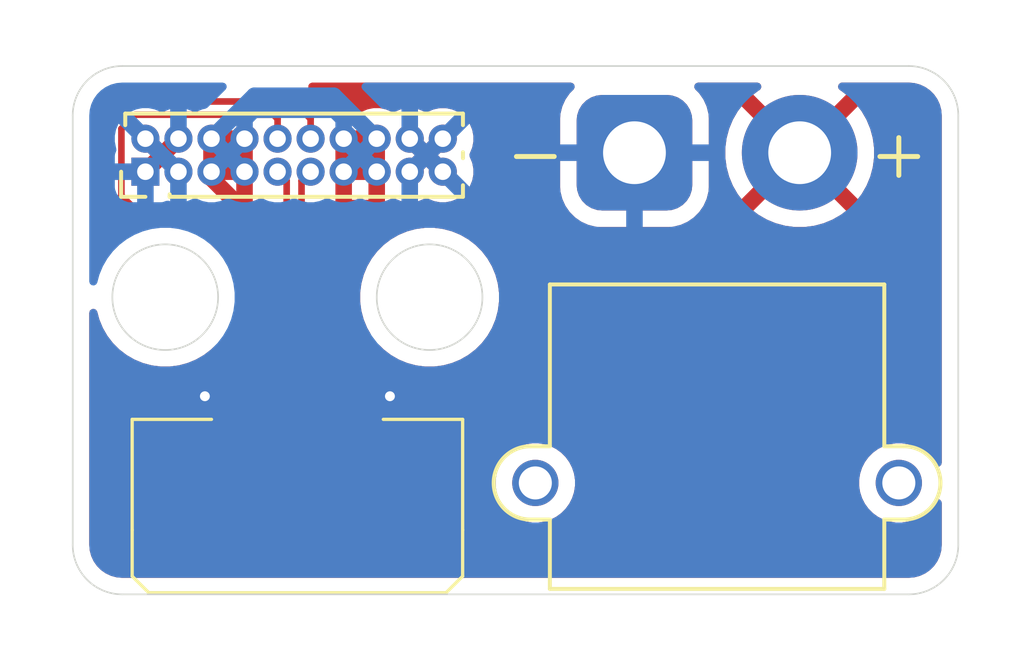
<source format=kicad_pcb>
(kicad_pcb (version 20241229) (generator "pcbnew") (generator_version "9.0")
  (layers (0 "F.Cu" signal) (2 "B.Cu" signal) (13 "F.Paste" user) (15 "B.Paste" user) (5 "F.SilkS" user "F.Silkscreen") (7 "B.SilkS" user "B.Silkscreen") (1 "F.Mask" user) (3 "B.Mask" user) (25 "Edge.Cuts" user))
  (net 0 "")
  (net 1 "+RAWVS")
  (net 2 "GND")
  (net 3 "Power UART RX")
  (net 4 "Power USB -")
  (net 5 "Power UART TX")
  (net 6 "Power USB +")
  (net 7 "Power GPIO 0")
  (net 8 "Power GPIO 1")
  (footprint "Connector_AMASS:AMASS_XT30PW-M_1x02_P2.50mm_Horizontal" (layer "F.Cu") (at 114.7 61.125 180)
    (property "Reference" "J1" (hide yes))
    (property "Value" "Conn_01x02_Socket" (hide yes))
    (fp_line (start 2.56 -8.89) (end 3.15 -8.89) (stroke (width 0.12)) (layer "F.SilkS"))
    (fp_line (start 2.56 -8.89) (end 2.56 -3.99) (stroke (width 0.12)) (layer "F.SilkS"))
    (fp_line (start 2.56 -11.11) (end 3.15 -11.11) (stroke (width 0.12)) (layer "F.SilkS"))
    (fp_line (start 2.56 -13.21) (end 2.56 -11.11) (stroke (width 0.12)) (layer "F.SilkS"))
    (fp_line (start -7.56 -3.99) (end 2.56 -3.99) (stroke (width 0.12)) (layer "F.SilkS"))
    (fp_line (start -7.56 -8.89) (end -7.56 -3.99) (stroke (width 0.12)) (layer "F.SilkS"))
    (fp_line (start -7.56 -13.21) (end 2.56 -13.21) (stroke (width 0.12)) (layer "F.SilkS"))
    (fp_line (start -7.56 -13.21) (end -7.56 -11.11) (stroke (width 0.12)) (layer "F.SilkS"))
    (fp_line (start -8.15 -8.89) (end -7.56 -8.89) (stroke (width 0.12)) (layer "F.SilkS"))
    (fp_line (start -8.15 -11.11) (end -7.56 -11.11) (stroke (width 0.12)) (layer "F.SilkS"))
    (fp_arc (start 3.15 -11.11) (mid 4.26 -10) (end 3.15 -8.89) (stroke (width 0.12)) (layer "F.SilkS"))
    (fp_arc (start -8.15 -8.89) (mid -9.26 -10) (end -8.15 -11.11) (stroke (width 0.12)) (layer "F.SilkS"))
    (fp_text user "+" (at -8 0 0) (layer "F.SilkS") (effects (font (size 1.5 1.5))))
    (fp_text user "-" (at 3 0 0) (layer "F.SilkS") (effects (font (size 1.5 1.5))))
    (pad "" thru_hole circle (at -8 -10 180) (size 1.4 1.4) (drill 1) (layers "*.Cu" "*.Mask"))
    (pad "" thru_hole circle (at 3 -10 180) (size 1.4 1.4) (drill 1) (layers "*.Cu" "*.Mask"))
    (pad "1" thru_hole roundrect (at 0 0 180) (size 3.5 3.5) (drill 1.9) (layers "*.Cu" "*.Mask") (roundrect_rratio 0.22) (net 2 "GND"))
    (pad "2" thru_hole circle (at -5 0 180) (size 3.5 3.5) (drill 1.9) (layers "*.Cu" "*.Mask") (net 1 "+RAWVS"))
  )
  (footprint "Connector_PinHeader_1.00mm:PinHeader_2x10_P1.00mm_Vertical" (layer "F.Cu") (at 99.9 61.7 90)
    (property "Reference" "J2" (hide yes))
    (property "Value" "Conn_02x10_Odd_Even" (hide yes))
    (fp_line (start -0.76 -0.735) (end 0 -0.735) (stroke (width 0.12)) (layer "F.SilkS"))
    (fp_line (start 1.76 -0.61) (end 1.76 9.61) (stroke (width 0.12)) (layer "F.SilkS"))
    (fp_line (start 1.41003 -0.61) (end 1.76 -0.61) (stroke (width 0.12)) (layer "F.SilkS"))
    (fp_line (start -0.76 0) (end -0.76 -0.735) (stroke (width 0.12)) (layer "F.SilkS"))
    (fp_line (start -0.76 0.735) (end -0.685565 0.735) (stroke (width 0.12)) (layer "F.SilkS"))
    (fp_line (start -0.76 0.735) (end -0.76 9.61) (stroke (width 0.12)) (layer "F.SilkS"))
    (fp_line (start 1.41003 9.61) (end 1.76 9.61) (stroke (width 0.12)) (layer "F.SilkS"))
    (fp_line (start 0.41003 9.61) (end 0.58997 9.61) (stroke (width 0.12)) (layer "F.SilkS"))
    (fp_line (start -0.76 9.61) (end -0.41003 9.61) (stroke (width 0.12)) (layer "F.SilkS"))
    (pad "1" thru_hole rect (at 0 0 90) (size 0.85 0.85) (drill 0.5) (layers "*.Cu" "*.Mask") (net 2 "GND"))
    (pad "2" thru_hole circle (at 1 0 90) (size 0.85 0.85) (drill 0.5) (layers "*.Cu" "*.Mask") (net 2 "GND"))
    (pad "3" thru_hole circle (at 0 1 90) (size 0.85 0.85) (drill 0.5) (layers "*.Cu" "*.Mask") (net 2 "GND"))
    (pad "4" thru_hole circle (at 1 1 90) (size 0.85 0.85) (drill 0.5) (layers "*.Cu" "*.Mask") (net 2 "GND"))
    (pad "5" thru_hole circle (at 0 2 90) (size 0.85 0.85) (drill 0.5) (layers "*.Cu" "*.Mask") (net 1 "+RAWVS"))
    (pad "6" thru_hole circle (at 1 2 90) (size 0.85 0.85) (drill 0.5) (layers "*.Cu" "*.Mask") (net 1 "+RAWVS"))
    (pad "7" thru_hole circle (at 0 3 90) (size 0.85 0.85) (drill 0.5) (layers "*.Cu" "*.Mask") (net 1 "+RAWVS"))
    (pad "8" thru_hole circle (at 1 3 90) (size 0.85 0.85) (drill 0.5) (layers "*.Cu" "*.Mask") (net 1 "+RAWVS"))
    (pad "9" thru_hole circle (at 0 4 90) (size 0.85 0.85) (drill 0.5) (layers "*.Cu" "*.Mask") (net 6 "Power USB +"))
    (pad "10" thru_hole circle (at 1 4 90) (size 0.85 0.85) (drill 0.5) (layers "*.Cu" "*.Mask") (net 5 "Power UART TX"))
    (pad "11" thru_hole circle (at 0 5 90) (size 0.85 0.85) (drill 0.5) (layers "*.Cu" "*.Mask") (net 4 "Power USB -"))
    (pad "12" thru_hole circle (at 1 5 90) (size 0.85 0.85) (drill 0.5) (layers "*.Cu" "*.Mask") (net 3 "Power UART RX"))
    (pad "13" thru_hole circle (at 0 6 90) (size 0.85 0.85) (drill 0.5) (layers "*.Cu" "*.Mask") (net 1 "+RAWVS"))
    (pad "14" thru_hole circle (at 1 6 90) (size 0.85 0.85) (drill 0.5) (layers "*.Cu" "*.Mask") (net 1 "+RAWVS"))
    (pad "15" thru_hole circle (at 0 7 90) (size 0.85 0.85) (drill 0.5) (layers "*.Cu" "*.Mask") (net 1 "+RAWVS"))
    (pad "16" thru_hole circle (at 1 7 90) (size 0.85 0.85) (drill 0.5) (layers "*.Cu" "*.Mask") (net 1 "+RAWVS"))
    (pad "17" thru_hole circle (at 0 8 90) (size 0.85 0.85) (drill 0.5) (layers "*.Cu" "*.Mask") (net 2 "GND"))
    (pad "18" thru_hole circle (at 1 8 90) (size 0.85 0.85) (drill 0.5) (layers "*.Cu" "*.Mask") (net 2 "GND"))
    (pad "19" thru_hole circle (at 0 9 90) (size 0.85 0.85) (drill 0.5) (layers "*.Cu" "*.Mask") (net 2 "GND"))
    (pad "20" thru_hole circle (at 1 9 90) (size 0.85 0.85) (drill 0.5) (layers "*.Cu" "*.Mask") (net 2 "GND"))
  )
  (footprint "FFC:FFC 0.8mm 10P" (layer "F.Cu") (at 104.5 69.1)
    (property "Reference" "U1" (hide yes))
    (property "Value" "~" (hide yes))
    (fp_line (start -5.000001 0.1) (end -5.000001 3.45) (stroke (width 0.1)) (layer "F.SilkS"))
    (fp_line (start -5.000001 3.45) (end -5.000001 4.849999) (stroke (width 0.1)) (layer "F.SilkS"))
    (fp_line (start -5.000001 4.849999) (end -4.500001 5.35) (stroke (width 0.1)) (layer "F.SilkS"))
    (fp_line (start -2.600001 0.1) (end -5.000001 0.1) (stroke (width 0.1)) (layer "F.SilkS"))
    (fp_line (start 4.499999 5.35) (end -4.500001 5.35) (stroke (width 0.1)) (layer "F.SilkS"))
    (fp_line (start 4.999999 0.1) (end 2.599999 0.1) (stroke (width 0.1)) (layer "F.SilkS"))
    (fp_line (start 4.999999 3.45) (end 4.999999 0.1) (stroke (width 0.1)) (layer "F.SilkS"))
    (fp_line (start 4.999999 3.45) (end 4.999999 4.849999) (stroke (width 0.1)) (layer "F.SilkS"))
    (fp_line (start 4.999999 4.849999) (end 4.499999 5.35) (stroke (width 0.1)) (layer "F.SilkS"))
    (pad "" smd rect (at -3.900001 2.55) (size 1.8 2.2) (layers "F.Cu" "F.Mask" "F.Paste"))
    (pad "" smd rect (at 3.899999 2.55) (size 1.8 2.2) (layers "F.Cu" "F.Mask" "F.Paste"))
    (pad "1" smd rect (at -2.250001 -0.65) (size 0.3 1.1) (layers "F.Cu" "F.Mask" "F.Paste") (net 2 "GND"))
    (pad "2" smd rect (at -1.750001 -0.65) (size 0.3 1.1) (layers "F.Cu" "F.Mask" "F.Paste") (net 3 "Power UART RX"))
    (pad "3" smd rect (at -1.250001 -0.649999) (size 0.3 1.1) (layers "F.Cu" "F.Mask" "F.Paste") (net 5 "Power UART TX"))
    (pad "4" smd rect (at -0.750001 -0.65) (size 0.3 1.1) (layers "F.Cu" "F.Mask" "F.Paste") (net 7 "Power GPIO 0"))
    (pad "5" smd rect (at -0.250001 -0.65) (size 0.3 1.1) (layers "F.Cu" "F.Mask" "F.Paste") (net 1 "+RAWVS"))
    (pad "6" smd rect (at 0.25 -0.65) (size 0.3 1.1) (layers "F.Cu" "F.Mask" "F.Paste") (net 1 "+RAWVS"))
    (pad "7" smd rect (at 0.749999 -0.65) (size 0.3 1.1) (layers "F.Cu" "F.Mask" "F.Paste") (net 8 "Power GPIO 1"))
    (pad "8" smd rect (at 1.249998 -0.65) (size 0.3 1.1) (layers "F.Cu" "F.Mask" "F.Paste") (net 6 "Power USB +"))
    (pad "9" smd rect (at 1.749999 -0.65) (size 0.3 1.1) (layers "F.Cu" "F.Mask" "F.Paste") (net 4 "Power USB -"))
    (pad "10" smd rect (at 2.249999 -0.65) (size 0.3 1.1) (layers "F.Cu" "F.Mask" "F.Paste") (net 2 "GND"))
  )
  (gr_arc (start 97.7 60) (mid 98.13934 58.93934) (end 99.2 58.5) (stroke (width 0.05)) (layer "Edge.Cuts"))
  (gr_arc (start 99.2 74.5) (mid 98.13934 74.06066) (end 97.7 73) (stroke (width 0.05)) (layer "Edge.Cuts"))
  (gr_arc (start 124.5 73) (mid 124.06066 74.06066) (end 123 74.5) (stroke (width 0.05)) (layer "Edge.Cuts"))
  (gr_circle (center 100.5 65.5) (end 100.5 63.9) (stroke (width 0.05)) (fill no) (layer "Edge.Cuts"))
  (gr_line (start 124.5 60) (end 124.5 73) (stroke (width 0.05)) (layer "Edge.Cuts"))
  (gr_line (start 99.2 58.5) (end 123 58.5) (stroke (width 0.05)) (layer "Edge.Cuts"))
  (gr_circle (center 108.5 65.5) (end 108.5 63.9) (stroke (width 0.05)) (fill no) (layer "Edge.Cuts"))
  (gr_arc (start 123 58.5) (mid 124.06066 58.93934) (end 124.5 60) (stroke (width 0.05)) (layer "Edge.Cuts"))
  (gr_line (start 97.7 73) (end 97.7 60) (stroke (width 0.05)) (layer "Edge.Cuts"))
  (gr_line (start 123 74.5) (end 99.2 74.5) (stroke (width 0.05)) (layer "Edge.Cuts"))
  (segment (start 102.9 62.7) (end 102.9 61.7) (width 0.5) (layer "F.Cu") (net 1))
  (segment (start 102.9 60.7) (end 102.9 61.7) (width 0.5) (layer "F.Cu") (net 1))
  (segment (start 105.9 60.7) (end 106.9 60.7) (width 0.5) (layer "F.Cu") (net 1))
  (segment (start 106.9 61.7) (end 106.9 62.8) (width 0.5) (layer "F.Cu") (net 1))
  (segment (start 101.9 61.7) (end 101.9 61.9) (width 0.5) (layer "F.Cu") (net 1))
  (segment (start 104.249999 69.649999) (end 104.3 69.7) (width 0.2) (layer "F.Cu") (net 1))
  (segment (start 102.8 62.8) (end 102.9 62.7) (width 0.5) (layer "F.Cu") (net 1))
  (segment (start 106.9 60.7) (end 106.9 61.7) (width 0.5) (layer "F.Cu") (net 1))
  (segment (start 101.9 60.7) (end 101.9 61.7) (width 0.5) (layer "F.Cu") (net 1))
  (segment (start 106.9 61.7) (end 105.9 61.7) (width 0.5) (layer "F.Cu") (net 1))
  (segment (start 104.249999 68.45) (end 104.249999 69.649999) (width 0.2) (layer "F.Cu") (net 1))
  (segment (start 104.7 69.7) (end 104.3 69.7) (width 0.2) (layer "F.Cu") (net 1))
  (segment (start 105.9 61.7) (end 105.9 62.8) (width 0.5) (layer "F.Cu") (net 1))
  (segment (start 101.9 61.7) (end 102.9 61.7) (width 0.5) (layer "F.Cu") (net 1))
  (segment (start 101.9 60.7) (end 102.9 60.7) (width 0.5) (layer "F.Cu") (net 1))
  (segment (start 104.75 69.65) (end 104.7 69.7) (width 0.2) (layer "F.Cu") (net 1))
  (segment (start 104.75 68.45) (end 104.75 69.65) (width 0.2) (layer "F.Cu") (net 1))
  (segment (start 105.9 60.7) (end 105.9 61.7) (width 0.5) (layer "F.Cu") (net 1))
  (segment (start 106.9 62.8) (end 105.9 62.8) (width 0.5) (layer "F.Cu") (net 1))
  (segment (start 101.9 61.9) (end 102.8 62.8) (width 0.5) (layer "F.Cu") (net 1))
  (segment (start 103.2 59.4) (end 105.6 59.4) (width 0.5) (layer "B.Cu") (net 1))
  (segment (start 101.9 60.7) (end 103.2 59.4) (width 0.5) (layer "B.Cu") (net 1))
  (segment (start 102.9 60.09896) (end 103.17496 59.824) (width 0.5) (layer "B.Cu") (net 1))
  (segment (start 101.9 61.7) (end 102.9 60.7) (width 0.5) (layer "B.Cu") (net 1))
  (segment (start 105.9 61.7) (end 106.9 60.7) (width 0.5) (layer "B.Cu") (net 1))
  (segment (start 103.17496 59.824) (end 105.62504 59.824) (width 0.5) (layer "B.Cu") (net 1))
  (segment (start 102.9 60.7) (end 102.9 60.09896) (width 0.5) (layer "B.Cu") (net 1))
  (segment (start 102.9 61.7) (end 101.9 60.7) (width 0.5) (layer "B.Cu") (net 1))
  (segment (start 106.9 61.7) (end 105.9 60.7) (width 0.5) (layer "B.Cu") (net 1))
  (segment (start 105.62504 59.824) (end 105.9 60.09896) (width 0.5) (layer "B.Cu") (net 1))
  (segment (start 105.6 59.4) (end 106.9 60.7) (width 0.5) (layer "B.Cu") (net 1))
  (segment (start 105.9 60.09896) (end 105.9 60.7) (width 0.5) (layer "B.Cu") (net 1))
  (segment (start 106.749999 68.45) (end 107.25 68.45) (width 0.2) (layer "F.Cu") (net 2))
  (segment (start 107.9 61.7) (end 108.9 60.7) (width 0.5) (layer "F.Cu") (net 2))
  (segment (start 101.75 68.45) (end 101.7 68.5) (width 0.2) (layer "F.Cu") (net 2))
  (segment (start 107.9 60.7) (end 108.9 61.7) (width 0.5) (layer "F.Cu") (net 2))
  (segment (start 100.9 60.7) (end 99.9 61.7) (width 0.5) (layer "F.Cu") (net 2))
  (segment (start 107.25 68.45) (end 107.3 68.5) (width 0.2) (layer "F.Cu") (net 2))
  (segment (start 102.249999 68.45) (end 101.75 68.45) (width 0.2) (layer "F.Cu") (net 2))
  (segment (start 99.9 60.7) (end 100.9 61.7) (width 0.5) (layer "F.Cu") (net 2))
  (via (at 101.7 68.5) (size 0.6) (drill 0.3) (layers "F.Cu" "B.Cu") (net 2))
  (via (at 107.3 68.5) (size 0.6) (drill 0.3) (layers "F.Cu" "B.Cu") (net 2))
  (segment (start 107.9 60.7) (end 107.9 59.7) (width 0.5) (layer "B.Cu") (net 2))
  (segment (start 107.9 61.7) (end 107.9 62.8) (width 0.5) (layer "B.Cu") (net 2))
  (segment (start 100.9 60.7) (end 100.9 59.7) (width 0.5) (layer "B.Cu") (net 2))
  (segment (start 100.9 61.7) (end 100.9 62.8) (width 0.5) (layer "B.Cu") (net 2))
  (segment (start 102.749999 64.637315) (end 102.749999 68.45) (width 0.2) (layer "F.Cu") (net 3))
  (segment (start 104.37404 59.573) (end 99.127 59.573) (width 0.2) (layer "F.Cu") (net 3))
  (segment (start 101.411684 63.299) (end 102.749999 64.637315) (width 0.2) (layer "F.Cu") (net 3))
  (segment (start 98.773 59.927) (end 98.773 62.5921) (width 0.2) (layer "F.Cu") (net 3))
  (segment (start 99.127 59.573) (end 98.773 59.927) (width 0.2) (layer "F.Cu") (net 3))
  (segment (start 104.9 60.09896) (end 104.37404 59.573) (width 0.2) (layer "F.Cu") (net 3))
  (segment (start 98.773 62.5921) (end 99.4799 63.299) (width 0.2) (layer "F.Cu") (net 3))
  (segment (start 99.4799 63.299) (end 101.411684 63.299) (width 0.2) (layer "F.Cu") (net 3))
  (segment (start 104.9 60.7) (end 104.9 60.09896) (width 0.2) (layer "F.Cu") (net 3))
  (segment (start 106.249999 68.45) (end 106.249999 67.624999) (width 0.2) (layer "F.Cu") (net 4))
  (segment (start 106.224998 67.599998) (end 106.224998 67.3068) (width 0.2) (layer "F.Cu") (net 4))
  (segment (start 106.249999 67.624999) (end 106.224998 67.599998) (width 0.2) (layer "F.Cu") (net 4))
  (segment (start 104.625001 65.706803) (end 104.625001 61.974999) (width 0.2) (layer "F.Cu") (net 4))
  (segment (start 106.224998 67.3068) (end 104.625001 65.706803) (width 0.2) (layer "F.Cu") (net 4))
  (segment (start 104.625001 61.974999) (end 104.9 61.7) (width 0.2) (layer "F.Cu") (net 4))
  (segment (start 103.9 60.7) (end 103.9 60.09896) (width 0.2) (layer "F.Cu") (net 5))
  (segment (start 103.249999 64.489283) (end 103.249999 68.450001) (width 0.2) (layer "F.Cu") (net 5))
  (segment (start 103.9 60.09896) (end 103.77504 59.974) (width 0.2) (layer "F.Cu") (net 5))
  (segment (start 103.77504 59.974) (end 99.59928 59.974) (width 0.2) (layer "F.Cu") (net 5))
  (segment (start 99.59928 59.974) (end 99.174 60.39928) (width 0.2) (layer "F.Cu") (net 5))
  (segment (start 99.548 62.8) (end 101.560716 62.8) (width 0.2) (layer "F.Cu") (net 5))
  (segment (start 101.560716 62.8) (end 103.249999 64.489283) (width 0.2) (layer "F.Cu") (net 5))
  (segment (start 99.174 62.426) (end 99.548 62.8) (width 0.2) (layer "F.Cu") (net 5))
  (segment (start 99.174 60.39928) (end 99.174 62.426) (width 0.2) (layer "F.Cu") (net 5))
  (segment (start 104.174999 61.974999) (end 103.9 61.7) (width 0.2) (layer "F.Cu") (net 6))
  (segment (start 105.774999 67.493197) (end 104.174999 65.893197) (width 0.2) (layer "F.Cu") (net 6))
  (segment (start 105.749998 68.45) (end 105.749998 67.624999) (width 0.2) (layer "F.Cu") (net 6))
  (segment (start 104.174999 65.893197) (end 104.174999 61.974999) (width 0.2) (layer "F.Cu") (net 6))
  (segment (start 105.749998 67.624999) (end 105.774999 67.599998) (width 0.2) (layer "F.Cu") (net 6))
  (segment (start 105.774999 67.599998) (end 105.774999 67.493197) (width 0.2) (layer "F.Cu") (net 6))
  (zone (net 1) (net_name "+RAWVS") (layer "F.Cu") (priority 1) (connect_pads (clearance 0.5)) (min_thickness 0.25) (fill yes (thermal_gap 0.5) (thermal_bridge_width 0.5))
    (polygon (pts (xy 95.5 56.5) (xy 126.5 56.5) (xy 126.5 76.5) (xy 95.5 76.5)))
  )
  (zone (net 2) (net_name "GND") (layer "B.Cu") (connect_pads (clearance 0.5)) (min_thickness 0.25) (fill yes (thermal_gap 0.5) (thermal_bridge_width 0.5))
    (polygon (pts (xy 96.5 57.5) (xy 125.5 57.5) (xy 125.5 75.5) (xy 96.5 75.5)))
  )
)
</source>
